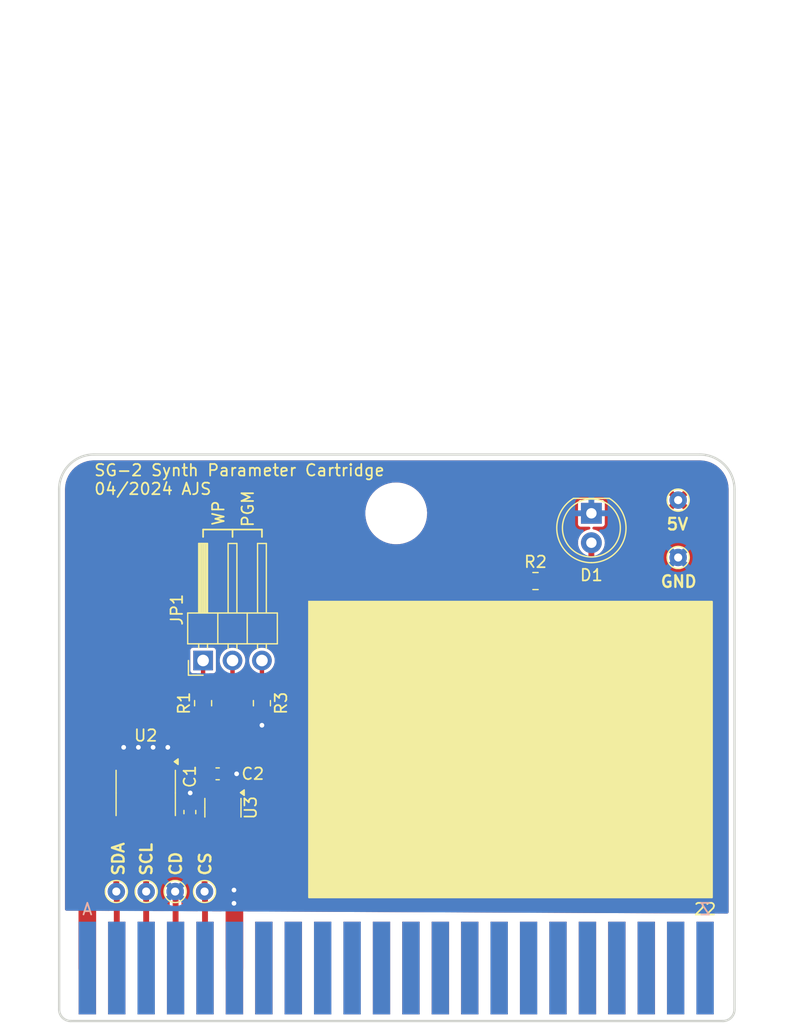
<source format=kicad_pcb>
(kicad_pcb (version 20221018) (generator pcbnew)
  (title_block (title "Versa64Cart") (date "2017-06-27") (rev "1.0") (comment 1 "Circuits drawn by BWACK") (comment 2 "Based on Jim Brain's Simple64Cart (eagle design)"))
  (layers (0 "F.Cu" signal) (31 "B.Cu" signal) (34 "B.Paste" user) (35 "F.Paste" user) (36 "B.SilkS" user "B.Silkscreen") (37 "F.SilkS" user "F.Silkscreen") (38 "B.Mask" user) (39 "F.Mask" user) (44 "Edge.Cuts" user))
  (net 0 "")
  (net 1 "GND")
  (net 2 "+5V")
  (net 3 "+3V3")
  (net 5 "Net-(J1-Pad5)")
  (net 6 "unconnected-(J1-PadA)")
  (net 8 "Net-(U2-SDA)")
  (net 9 "Net-(U2-SCL)")
  (net 10 "unconnected-(J1-Pad7)")
  (net 11 "Net-(D1-A)")
  (net 28 "unconnected-(J1-PadL)")
  (net 41 "Net-(JP1-C)")
  (net 42 "Net-(JP1-A)")
  (net 43 "Net-(JP1-B)")
  (footprint "cartridge:C64_EXPANSION_PORT" (layer "F.Cu") (at 150.495 116.078)
    (fp_text reference "J1" hide)
    (fp_text value "Conn_02x22_Odd_Even" hide)
    (fp_text user "Z" (at 25.4 -5.08) (layer "B.SilkS") (effects (justify mirror)))
    (fp_text user "A" (at -27.94 -5.08) (layer "B.SilkS") (effects (justify mirror)))
    (fp_text user "22" (at 25.4 -5.08) (layer "F.SilkS"))
    (pad "1" connect rect (at -27.94 0) (size 1.5 8) (layers "F.Cu" "F.Mask") (net 2 "+5V"))
    (pad "2" connect rect (at -25.4 0) (size 1.5 8) (layers "F.Cu" "F.Mask") (net 8 "Net-(U2-SDA)"))
    (pad "3" connect rect (at -22.86 0) (size 1.5 8) (layers "F.Cu" "F.Mask") (net 9 "Net-(U2-SCL)"))
    (pad "4" connect rect (at -20.32 0) (size 1.5 8) (layers "F.Cu" "F.Mask") (net 1 "GND"))
    (pad "5" connect rect (at -17.78 0) (size 1.5 8) (layers "F.Cu" "F.Mask") (net 5 "Net-(J1-Pad5)"))
    (pad "6" connect rect (at -15.24 0) (size 1.5 8) (layers "F.Cu" "F.Mask") (net 1 "GND"))
    (pad "7" connect rect (at -12.7 0) (size 1.5 8) (layers "F.Cu" "F.Mask") (net 10 "unconnected-(J1-Pad7)"))
    (pad "8" connect rect (at -10.16 0) (size 1.5 8) (layers "F.Cu" "F.Mask"))
    (pad "9" connect rect (at -7.62 0) (size 1.5 8) (layers "F.Cu" "F.Mask"))
    (pad "10" connect rect (at -5.08 0) (size 1.5 8) (layers "F.Cu" "F.Mask"))
    (pad "11" connect rect (at -2.54 0) (size 1.5 8) (layers "F.Cu" "F.Mask"))
    (pad "12" connect rect (at 0 0) (size 1.5 8) (layers "F.Cu" "F.Mask"))
    (pad "13" connect rect (at 2.54 0) (size 1.5 8) (layers "F.Cu" "F.Mask"))
    (pad "14" connect rect (at 5.08 0) (size 1.5 8) (layers "F.Cu" "F.Mask"))
    (pad "15" connect rect (at 7.62 0) (size 1.5 8) (layers "F.Cu" "F.Mask"))
    (pad "16" connect rect (at 10.16 0) (size 1.5 8) (layers "F.Cu" "F.Mask"))
    (pad "17" connect rect (at 12.7 0) (size 1.5 8) (layers "F.Cu" "F.Mask"))
    (pad "18" connect rect (at 15.24 0) (size 1.5 8) (layers "F.Cu" "F.Mask"))
    (pad "19" connect rect (at 17.78 0) (size 1.5 8) (layers "F.Cu" "F.Mask"))
    (pad "20" connect rect (at 20.32 0) (size 1.5 8) (layers "F.Cu" "F.Mask"))
    (pad "21" connect rect (at 22.86 0) (size 1.5 8) (layers "F.Cu" "F.Mask"))
    (pad "22" connect rect (at 25.4 0) (size 1.5 8) (layers "F.Cu" "F.Mask"))
    (pad "A" connect rect (at -27.94 0) (size 1.5 8) (layers "B.Cu" "F.Mask") (net 6 "unconnected-(J1-PadA)"))
    (pad "B" connect rect (at -25.4 0) (size 1.5 8) (layers "B.Cu" "F.Mask"))
    (pad "C" connect rect (at -22.86 0) (size 1.5 8) (layers "B.Cu" "F.Mask"))
    (pad "D" connect rect (at -20.32 0) (size 1.5 8) (layers "B.Cu" "F.Mask"))
    (pad "E" connect rect (at -17.78 0) (size 1.5 8) (layers "B.Cu" "F.Mask"))
    (pad "F" connect rect (at -15.24 0) (size 1.5 8) (layers "B.Cu" "F.Mask"))
    (pad "H" connect rect (at -12.7 0) (size 1.5 8) (layers "B.Cu" "F.Mask"))
    (pad "J" connect rect (at -10.16 0) (size 1.5 8) (layers "B.Cu" "F.Mask"))
    (pad "K" connect rect (at -7.62 0) (size 1.5 8) (layers "B.Cu" "F.Mask"))
    (pad "L" connect rect (at -5.08 0) (size 1.5 8) (layers "B.Cu" "F.Mask") (net 28 "unconnected-(J1-PadL)"))
    (pad "M" connect rect (at -2.54 0) (size 1.5 8) (layers "B.Cu" "F.Mask"))
    (pad "N" connect rect (at 0 0) (size 1.5 8) (layers "B.Cu" "F.Mask"))
    (pad "P" connect rect (at 2.54 0) (size 1.5 8) (layers "B.Cu" "F.Mask"))
    (pad "R" connect rect (at 5.08 0) (size 1.5 8) (layers "B.Cu" "F.Mask"))
    (pad "S" connect rect (at 7.62 0) (size 1.5 8) (layers "B.Cu" "F.Mask"))
    (pad "T" connect rect (at 10.16 0) (size 1.5 8) (layers "B.Cu" "F.Mask"))
    (pad "U" connect rect (at 12.7 0) (size 1.5 8) (layers "B.Cu" "F.Mask"))
    (pad "V" connect rect (at 15.24 0) (size 1.5 8) (layers "B.Cu" "F.Mask"))
    (pad "W" connect rect (at 17.78 0) (size 1.5 8) (layers "B.Cu" "F.Mask"))
    (pad "X" connect rect (at 20.32 0) (size 1.5 8) (layers "B.Cu" "F.Mask"))
    (pad "Y" connect rect (at 22.86 0) (size 1.5 8) (layers "B.Cu" "F.Mask"))
    (pad "Z" connect rect (at 25.4 0) (size 1.5 8) (layers "B.Cu" "F.Mask"))
  )
  (footprint "cartridge:MountingHole_5mm" (layer "F.Cu") (at 149.225 76.835)
    (fp_text reference "MT1" hide)
    (fp_text value "MountingHole" hide)
    (pad "" np_thru_hole circle (at 0 0) (size 4.826 4.826) (drill 4.826) (layers "*.Cu"))
  )
  (footprint "Resistor_SMD:R_0805_2012Metric" (layer "F.Cu") (at 132.55 93.218127 90)
    (fp_text reference "R1" (at 0 -1.65 90) (layer "F.SilkS"))
    (fp_text value "4k7")
    (fp_line (start -0.227064 -0.735) (end 0.227064 -0.735) (stroke (width 0.12)) (layer "F.SilkS"))
    (fp_line (start -0.227064 0.735) (end 0.227064 0.735) (stroke (width 0.12)) (layer "F.SilkS"))
    (pad "1" smd roundrect (at -0.9125 0 90) (size 1.025 1.4) (layers "F.Cu" "F.Paste" "F.Mask") (roundrect_rratio 0.243902439) (net 3 "+3V3"))
    (pad "2" smd roundrect (at 0.9125 0 90) (size 1.025 1.4) (layers "F.Cu" "F.Paste" "F.Mask") (roundrect_rratio 0.243902439) (net 42 "Net-(JP1-A)"))
  )
  (footprint "LED_THT:LED_D5.0mm_IRGrey" (layer "F.Cu") (at 166.078 76.830127 -90)
    (fp_text reference "D1" (at 5.339 0 -180) (layer "F.SilkS"))
    (fp_text value "RED 5MM")
    (fp_line (start -1.29 -1.545) (end -1.29 1.545) (stroke (width 0.12)) (layer "F.SilkS"))
    (fp_arc (start -1.29 -1.54483) (mid 2.072002 -2.880433) (end 4.26 0.000462) (stroke (width 0.12)) (layer "F.SilkS"))
    (fp_arc (start 4.26 -0.000462) (mid 2.072002 2.880433) (end -1.29 1.54483) (stroke (width 0.12)) (layer "F.SilkS"))
    (fp_circle (center 1.27 0) (end 3.77 0) (stroke (width 0.12)) (fill none) (layer "F.SilkS"))
    (pad "1" thru_hole rect (at 0 0 270) (size 1.8 1.8) (drill 0.9) (layers "*.Cu" "*.Mask") (net 1 "GND"))
    (pad "2" thru_hole circle (at 2.54 0 270) (size 1.8 1.8) (drill 0.9) (layers "*.Cu" "*.Mask") (net 11 "Net-(D1-A)"))
  )
  (footprint "Resistor_SMD:R_0805_2012Metric" (layer "F.Cu") (at 137.63 93.218127 -90)
    (fp_text reference "R3" (at 0 -1.65 90) (layer "F.SilkS"))
    (fp_text value "4k7")
    (fp_line (start -0.227064 -0.735) (end 0.227064 -0.735) (stroke (width 0.12)) (layer "F.SilkS"))
    (fp_line (start -0.227064 0.735) (end 0.227064 0.735) (stroke (width 0.12)) (layer "F.SilkS"))
    (pad "1" smd roundrect (at -0.9125 0 270) (size 1.025 1.4) (layers "F.Cu" "F.Paste" "F.Mask") (roundrect_rratio 0.243902439) (net 43 "Net-(JP1-B)"))
    (pad "2" smd roundrect (at 0.9125 0 270) (size 1.025 1.4) (layers "F.Cu" "F.Paste" "F.Mask") (roundrect_rratio 0.243902439) (net 1 "GND"))
  )
  (footprint "TestPoint:TestPoint_THTPad_D1.5mm_Drill0.7mm" (layer "F.Cu") (at 173.571 80.645127)
    (fp_text reference "TP6" hide)
    (fp_text value "TestPoint_Small")
    (fp_circle (center 0 0) (end 0 0.95) (stroke (width 0.12)) (fill none) (layer "F.SilkS"))
    (pad "1" thru_hole circle (at 0 0) (size 1.5 1.5) (drill 0.7) (layers "*.Cu" "*.Mask") (net 1 "GND"))
  )
  (footprint "TestPoint:TestPoint_THTPad_D1.5mm_Drill0.7mm" (layer "F.Cu") (at 173.571 75.692127)
    (fp_text reference "TP1" hide)
    (fp_text value "TestPoint_Small")
    (fp_circle (center 0 0) (end 0 0.95) (stroke (width 0.12)) (fill none) (layer "F.SilkS"))
    (pad "1" thru_hole circle (at 0 0) (size 1.5 1.5) (drill 0.7) (layers "*.Cu" "*.Mask") (net 2 "+5V"))
  )
  (footprint "TestPoint:TestPoint_THTPad_D1.5mm_Drill0.7mm" (layer "F.Cu") (at 125.057 109.474127)
    (fp_text reference "TP2" hide)
    (fp_text value "TestPoint_Small")
    (fp_circle (center 0 0) (end 0 0.95) (stroke (width 0.12)) (fill none) (layer "F.SilkS"))
    (pad "1" thru_hole circle (at 0 0) (size 1.5 1.5) (drill 0.7) (layers "*.Cu" "*.Mask") (net 8 "Net-(U2-SDA)"))
  )
  (footprint "TestPoint:TestPoint_THTPad_D1.5mm_Drill0.7mm" (layer "F.Cu") (at 127.635 109.474)
    (fp_text reference "TP3" hide)
    (fp_text value "TestPoint_Small")
    (fp_circle (center 0 0) (end 0 0.95) (stroke (width 0.12)) (fill none) (layer "F.SilkS"))
    (pad "1" thru_hole circle (at 0 0) (size 1.5 1.5) (drill 0.7) (layers "*.Cu" "*.Mask") (net 9 "Net-(U2-SCL)"))
  )
  (footprint "TestPoint:TestPoint_THTPad_D1.5mm_Drill0.7mm" (layer "F.Cu") (at 130.137 109.474127)
    (fp_text reference "TP4" hide)
    (fp_text value "TestPoint_Small")
    (fp_circle (center 0 0) (end 0 0.95) (stroke (width 0.12)) (fill none) (layer "F.SilkS"))
    (pad "1" thru_hole circle (at 0 0) (size 1.5 1.5) (drill 0.7) (layers "*.Cu" "*.Mask") (net 1 "GND"))
  )
  (footprint "TestPoint:TestPoint_THTPad_D1.5mm_Drill0.7mm" (layer "F.Cu") (at 132.677 109.474127)
    (fp_text reference "TP5" hide)
    (fp_text value "TestPoint_Small")
    (fp_circle (center 0 0) (end 0 0.95) (stroke (width 0.12)) (fill none) (layer "F.SilkS"))
    (pad "1" thru_hole circle (at 0 0) (size 1.5 1.5) (drill 0.7) (layers "*.Cu" "*.Mask") (net 5 "Net-(J1-Pad5)"))
  )
  (footprint "Capacitor_SMD:C_0603_1608Metric" (layer "F.Cu") (at 133.807 99.314127 180)
    (fp_text reference "C2" (at -3.035 0) (layer "F.SilkS"))
    (fp_text value "100n")
    (fp_line (start -0.14058 -0.51) (end 0.14058 -0.51) (stroke (width 0.12)) (layer "F.SilkS"))
    (fp_line (start -0.14058 0.51) (end 0.14058 0.51) (stroke (width 0.12)) (layer "F.SilkS"))
    (pad "1" smd roundrect (at -0.775 0 180) (size 0.9 0.95) (layers "F.Cu" "F.Paste" "F.Mask") (net 1 "GND"))
    (pad "2" smd roundrect (at 0.775 0 180) (size 0.9 0.95) (layers "F.Cu" "F.Paste" "F.Mask") (net 2 "+5V"))
  )
  (footprint "Connector_PinHeader_2.54mm:PinHeader_1x03_P2.54mm_Horizontal" (layer "F.Cu") (at 132.55 89.535127 90)
    (fp_text reference "JP1" (at 4.385 -2.27 90) (layer "F.SilkS"))
    (fp_text value "Jumper_3_Bridged12")
    (fp_line (start -1.27 -1.27) (end 0 -1.27) (stroke (width 0.12)) (layer "F.SilkS"))
    (fp_line (start -1.27 0) (end -1.27 -1.27) (stroke (width 0.12)) (layer "F.SilkS"))
    (fp_line (start 1.042929 2.16) (end 1.44 2.16) (stroke (width 0.12)) (layer "F.SilkS"))
    (fp_line (start 1.042929 2.92) (end 1.44 2.92) (stroke (width 0.12)) (layer "F.SilkS"))
    (fp_line (start 1.042929 4.7) (end 1.44 4.7) (stroke (width 0.12)) (layer "F.SilkS"))
    (fp_line (start 1.042929 5.46) (end 1.44 5.46) (stroke (width 0.12)) (layer "F.SilkS"))
    (fp_line (start 1.11 -0.38) (end 1.44 -0.38) (stroke (width 0.12)) (layer "F.SilkS"))
    (fp_line (start 1.11 0.38) (end 1.44 0.38) (stroke (width 0.12)) (layer "F.SilkS"))
    (fp_line (start 1.44 -1.33) (end 1.44 6.41) (stroke (width 0.12)) (layer "F.SilkS"))
    (fp_line (start 1.44 1.27) (end 4.1 1.27) (stroke (width 0.12)) (layer "F.SilkS"))
    (fp_line (start 1.44 3.81) (end 4.1 3.81) (stroke (width 0.12)) (layer "F.SilkS"))
    (fp_line (start 1.44 6.41) (end 4.1 6.41) (stroke (width 0.12)) (layer "F.SilkS"))
    (fp_line (start 4.1 -1.33) (end 1.44 -1.33) (stroke (width 0.12)) (layer "F.SilkS"))
    (fp_line (start 4.1 -0.38) (end 10.1 -0.38) (stroke (width 0.12)) (layer "F.SilkS"))
    (fp_line (start 4.1 -0.32) (end 10.1 -0.32) (stroke (width 0.12)) (layer "F.SilkS"))
    (fp_line (start 4.1 -0.2) (end 10.1 -0.2) (stroke (width 0.12)) (layer "F.SilkS"))
    (fp_line (start 4.1 -0.08) (end 10.1 -0.08) (stroke (width 0.12)) (layer "F.SilkS"))
    (fp_line (start 4.1 0.04) (end 10.1 0.04) (stroke (width 0.12)) (layer "F.SilkS"))
    (fp_line (start 4.1 0.16) (end 10.1 0.16) (stroke (width 0.12)) (layer "F.SilkS"))
    (fp_line (start 4.1 0.28) (end 10.1 0.28) (stroke (width 0.12)) (layer "F.SilkS"))
    (fp_line (start 4.1 2.16) (end 10.1 2.16) (stroke (width 0.12)) (layer "F.SilkS"))
    (fp_line (start 4.1 4.7) (end 10.1 4.7) (stroke (width 0.12)) (layer "F.SilkS"))
    (fp_line (start 4.1 6.41) (end 4.1 -1.33) (stroke (width 0.12)) (layer "F.SilkS"))
    (fp_line (start 10.1 -0.38) (end 10.1 0.38) (stroke (width 0.12)) (layer "F.SilkS"))
    (fp_line (start 10.1 0.38) (end 4.1 0.38) (stroke (width 0.12)) (layer "F.SilkS"))
    (fp_line (start 10.1 2.16) (end 10.1 2.92) (stroke (width 0.12)) (layer "F.SilkS"))
    (fp_line (start 10.1 2.92) (end 4.1 2.92) (stroke (width 0.12)) (layer "F.SilkS"))
    (fp_line (start 10.1 4.7) (end 10.1 5.46) (stroke (width 0.12)) (layer "F.SilkS"))
    (fp_line (start 10.1 5.46) (end 4.1 5.46) (stroke (width 0.12)) (layer "F.SilkS"))
    (pad "1" thru_hole rect (at 0 0 90) (size 1.7 1.7) (drill 1) (layers "*.Cu" "*.Mask") (net 42 "Net-(JP1-A)"))
    (pad "2" thru_hole oval (at 0 2.54 90) (size 1.7 1.7) (drill 1) (layers "*.Cu" "*.Mask") (net 41 "Net-(JP1-C)"))
    (pad "3" thru_hole oval (at 0 5.08 90) (size 1.7 1.7) (drill 1) (layers "*.Cu" "*.Mask") (net 43 "Net-(JP1-B)"))
  )
  (footprint "Package_SO:SOIC-8_3.9x4.9mm_P1.27mm" (layer "F.Cu") (at 127.597 100.965127 -90)
    (fp_text reference "U2" (at -4.953 0 -180) (layer "F.SilkS"))
    (fp_text value "24LC01")
    (fp_line (start 0 -2.56) (end -1.95 -2.56) (stroke (width 0.12)) (layer "F.SilkS"))
    (fp_line (start 0 -2.56) (end 1.95 -2.56) (stroke (width 0.12)) (layer "F.SilkS"))
    (fp_line (start 0 2.56) (end -1.95 2.56) (stroke (width 0.12)) (layer "F.SilkS"))
    (fp_line (start 0 2.56) (end 1.95 2.56) (stroke (width 0.12)) (layer "F.SilkS"))
    (fp_poly (pts (xy -2.7 -2.465) (xy -2.94 -2.795) (xy -2.46 -2.795) (xy -2.7 -2.465)) (stroke (width 0.12)) (fill solid) (layer "F.SilkS"))
    (pad "1" smd roundrect (at -2.475 -1.905 270) (size 1.95 0.6) (layers "F.Cu" "F.Paste" "F.Mask") (net 1 "GND"))
    (pad "2" smd roundrect (at -2.475 -0.635 270) (size 1.95 0.6) (layers "F.Cu" "F.Paste" "F.Mask") (net 1 "GND"))
    (pad "3" smd roundrect (at -2.475 0.635 270) (size 1.95 0.6) (layers "F.Cu" "F.Paste" "F.Mask") (net 1 "GND"))
    (pad "4" smd roundrect (at -2.475 1.905 270) (size 1.95 0.6) (layers "F.Cu" "F.Paste" "F.Mask") (net 1 "GND"))
    (pad "5" smd roundrect (at 2.475 1.905 270) (size 1.95 0.6) (layers "F.Cu" "F.Paste" "F.Mask") (net 8 "Net-(U2-SDA)"))
    (pad "6" smd roundrect (at 2.475 0.635 270) (size 1.95 0.6) (layers "F.Cu" "F.Paste" "F.Mask") (net 9 "Net-(U2-SCL)"))
    (pad "7" smd roundrect (at 2.475 -0.635 270) (size 1.95 0.6) (layers "F.Cu" "F.Paste" "F.Mask") (net 41 "Net-(JP1-C)"))
    (pad "8" smd roundrect (at 2.475 -1.905 270) (size 1.95 0.6) (layers "F.Cu" "F.Paste" "F.Mask") (net 3 "+3V3"))
  )
  (footprint "Resistor_SMD:R_0805_2012Metric" (layer "F.Cu") (at 161.252 82.677127 180)
    (fp_text reference "R2" (at 0 1.651) (layer "F.SilkS"))
    (fp_text value "390")
    (fp_line (start -0.227064 -0.735) (end 0.227064 -0.735) (stroke (width 0.12)) (layer "F.SilkS"))
    (fp_line (start -0.227064 0.735) (end 0.227064 0.735) (stroke (width 0.12)) (layer "F.SilkS"))
    (pad "1" smd roundrect (at -0.9125 0 180) (size 1.025 1.4) (layers "F.Cu" "F.Paste" "F.Mask") (roundrect_rratio 0.243902439) (net 11 "Net-(D1-A)"))
    (pad "2" smd roundrect (at 0.9125 0 180) (size 1.025 1.4) (layers "F.Cu" "F.Paste" "F.Mask") (roundrect_rratio 0.243902439) (net 5 "Net-(J1-Pad5)"))
  )
  (footprint "Package_TO_SOT_SMD:SOT-23-5" (layer "F.Cu") (at 134.262 102.240627 -90)
    (fp_text reference "U3" (at 0 -2.4 90) (layer "F.SilkS"))
    (fp_text value "MIC5231-3.3YM5")
    (fp_line (start 0 -1.56) (end -0.8 -1.56) (stroke (width 0.12)) (layer "F.SilkS"))
    (fp_line (start 0 -1.56) (end 0.8 -1.56) (stroke (width 0.12)) (layer "F.SilkS"))
    (fp_line (start 0 1.56) (end -0.8 1.56) (stroke (width 0.12)) (layer "F.SilkS"))
    (fp_line (start 0 1.56) (end 0.8 1.56) (stroke (width 0.12)) (layer "F.SilkS"))
    (fp_poly (pts (xy -1.3 -1.51) (xy -1.54 -1.84) (xy -1.06 -1.84) (xy -1.3 -1.51)) (stroke (width 0.12)) (fill solid) (layer "F.SilkS"))
    (pad "1" smd roundrect (at -1.1375 -0.95 270) (size 1.325 0.6) (layers "F.Cu" "F.Paste" "F.Mask") (net 2 "+5V"))
    (pad "2" smd roundrect (at -1.1375 0 270) (size 1.325 0.6) (layers "F.Cu" "F.Paste" "F.Mask") (net 1 "GND"))
    (pad "3" smd roundrect (at -1.1375 0.95 270) (size 1.325 0.6) (layers "F.Cu" "F.Paste" "F.Mask") (net 2 "+5V"))
    (pad "4" smd roundrect (at 1.1375 0.95 270) (size 1.325 0.6) (layers "F.Cu" "F.Paste" "F.Mask") (net 3 "+3V3"))
    (pad "5" smd roundrect (at 1.1375 -0.95 270) (size 1.325 0.6) (layers "F.Cu" "F.Paste" "F.Mask"))
  )
  (footprint "Capacitor_SMD:C_0603_1608Metric" (layer "F.Cu") (at 131.407 102.616127 -90)
    (fp_text reference "C1" (at -3.061 0 90) (layer "F.SilkS"))
    (fp_text value "100n")
    (fp_line (start -0.14058 -0.51) (end 0.14058 -0.51) (stroke (width 0.12)) (layer "F.SilkS"))
    (fp_line (start -0.14058 0.51) (end 0.14058 0.51) (stroke (width 0.12)) (layer "F.SilkS"))
    (pad "1" smd roundrect (at -0.775 0 270) (size 0.9 0.95) (layers "F.Cu" "F.Paste" "F.Mask") (net 1 "GND"))
    (pad "2" smd roundrect (at 0.775 0 270) (size 0.9 0.95) (layers "F.Cu" "F.Paste" "F.Mask") (net 3 "+3V3"))
  )
  (gr_line (start 137.63 78.232127) (end 137.63 78.867127) (stroke (width 0.15)) (layer "F.SilkS"))
  (gr_line (start 132.55 78.232127) (end 137.63 78.232127) (stroke (width 0.15)) (layer "F.SilkS"))
  (gr_line (start 135.09 78.232127) (end 135.09 78.867127) (stroke (width 0.15)) (layer "F.SilkS"))
  (gr_line (start 132.55 78.867127) (end 132.55 78.232127) (stroke (width 0.15)) (layer "F.SilkS"))
  (gr_rect (start 141.694 84.455127) (end 176.492 109.982127) (stroke (width 0.15)) (fill solid) (layer "F.SilkS"))
  (gr_line (start 121.12 120.650127) (end 177.435 120.65) (stroke (width 0.2032)) (layer "Edge.Cuts"))
  (gr_line (start 120.12 119.634) (end 120.12 74.755) (stroke (width 0.2032)) (layer "Edge.Cuts"))
  (gr_arc (start 120.12 74.755) (mid 120.99868 72.63368) (end 123.12 71.755) (stroke (width 0.2032)) (layer "Edge.Cuts"))
  (gr_line (start 178.435 74.755) (end 178.434999 119.634) (stroke (width 0.2032)) (layer "Edge.Cuts"))
  (gr_arc (start 175.435 71.755) (mid 177.55632 72.63368) (end 178.435 74.755) (stroke (width 0.2032)) (layer "Edge.Cuts"))
  (gr_arc (start 178.434999 119.634) (mid 178.147831 120.351517) (end 177.435 120.650127) (stroke (width 0.2032)) (layer "Edge.Cuts"))
  (gr_line (start 123.12 71.755) (end 175.435 71.755) (stroke (width 0.2032)) (layer "Edge.Cuts"))
  (gr_arc (start 121.12 120.650127) (mid 120.407169 120.351517) (end 120.120001 119.634) (stroke (width 0.2032)) (layer "Edge.Cuts"))
  (gr_text "SCL" (at 128.232 108.204127 90) (layer "F.SilkS") (effects (font (size 1 1) (thickness 0.2032) bold) (justify left bottom)))
  (gr_text "PGM" (at 136.995 78.105127 90) (layer "F.SilkS") (effects (font (size 1 1)) (justify left bottom)))
  (gr_text "CS" (at 133.312 108.204127 90) (layer "F.SilkS") (effects (font (size 1 1) (thickness 0.2032) bold) (justify left bottom)))
  (gr_text "GND" (at 171.958 83.312) (layer "F.SilkS") (effects (font (size 1 1) (thickness 0.2032) bold) (justify left bottom)))
  (gr_text "CD" (at 130.772 108.204127 90) (layer "F.SilkS") (effects (font (size 1 1) (thickness 0.2032) bold) (justify left bottom)))
  (gr_text "5V" (at 172.466 78.359) (layer "F.SilkS") (effects (font (size 1 1) (thickness 0.2032) bold) (justify left bottom)))
  (gr_text "WP" (at 134.455 77.978127 90) (layer "F.SilkS") (effects (font (size 1 1)) (justify left bottom)))
  (gr_text "SG-2 Synth Parameter Cartridge\n04/2024 AJS" (at 123.063 75.311) (layer "F.SilkS") (effects (font (size 1 1)) (justify left bottom)))
  (gr_text "SDA" (at 125.819 108.204127 90) (layer "F.SilkS") (effects (font (size 1 1) (thickness 0.2032) bold) (justify left bottom)))
  (segment (start 135.255 109.512127) (end 135.217 109.474127) (width 0.508) (layer "F.Cu") (net 1))
  (segment (start 130.175 109.512127) (end 130.137 109.474127) (width 0.508) (layer "F.Cu") (net 1))
  (segment (start 131.407 100.995127) (end 131.437 100.965127) (width 0.508) (layer "F.Cu") (net 1))
  (segment (start 134.262 99.634127) (end 134.582 99.314127) (width 0.508) (layer "F.Cu") (net 1))
  (segment (start 135.255 116.078) (end 135.255 109.512127) (width 1.524) (layer "F.Cu") (net 1))
  (segment (start 137.63 94.130627) (end 137.63 95.123127) (width 0.381) (layer "F.Cu") (net 1))
  (segment (start 134.262 101.103127) (end 134.262 99.634127) (width 0.508) (layer "F.Cu") (net 1))
  (segment (start 125.692 98.490127) (end 125.692 97.028127) (width 0.508) (layer "F.Cu") (net 1))
  (segment (start 130.175 116.078) (end 130.175 109.512127) (width 0.508) (layer "F.Cu") (net 1))
  (segment (start 128.232 98.490127) (end 128.232 97.028127) (width 0.508) (layer "F.Cu") (net 1))
  (segment (start 134.582 99.314127) (end 135.445 99.314127) (width 0.508) (layer "F.Cu") (net 1))
  (segment (start 131.407 101.841127) (end 131.407 100.995127) (width 0.508) (layer "F.Cu") (net 1))
  (segment (start 126.962 98.490127) (end 126.962 97.028127) (width 0.508) (layer "F.Cu") (net 1))
  (segment (start 129.502 98.490127) (end 129.502 97.028127) (width 0.508) (layer "F.Cu") (net 1))
  (via (at 137.63 95.123127) (size 0.8128) (drill 0.4064) (layers "F.Cu" "B.Cu") (net 1))
  (via (at 131.437 100.965127) (size 0.8128) (drill 0.4064) (layers "F.Cu" "B.Cu") (net 1))
  (via (at 125.692 97.028127) (size 0.8128) (drill 0.4064) (layers "F.Cu" "B.Cu") (net 1))
  (via (at 135.445 99.314127) (size 0.8128) (drill 0.4064) (layers "F.Cu" "B.Cu") (net 1))
  (via (at 128.232 97.028127) (size 0.8128) (drill 0.4064) (layers "F.Cu" "B.Cu") (net 1))
  (via (at 135.217 109.347127) (size 0.8128) (drill 0.4064) (layers "F.Cu" "B.Cu") (net 1))
  (via (at 129.502 97.028127) (size 0.8128) (drill 0.4064) (layers "F.Cu" "B.Cu") (net 1))
  (via (at 135.217 110.490127) (size 0.8128) (drill 0.4064) (layers "F.Cu" "B.Cu") (net 1))
  (via (at 126.962 97.028127) (size 0.8128) (drill 0.4064) (layers "F.Cu" "B.Cu") (net 1))
  (segment (start 122.555 113.03) (end 122.555 113.03) (width 0.508) (layer "F.Cu") (net 2))
  (segment (start 122.555 116.078) (end 122.555 113.03) (width 0.508) (layer "F.Cu") (net 2))
  (segment (start 122.555 116.078) (end 122.555 110.147127) (width 1.524) (layer "F.Cu") (net 2))
  (segment (start 122.555 110.147127) (end 122.517 110.109127) (width 0.508) (layer "F.Cu") (net 2))
  (segment (start 131.28 99.187127) (end 129.502 100.965127) (width 0.508) (layer "F.Cu") (net 3))
  (segment (start 129.502 103.440127) (end 131.358 103.440127) (width 0.508) (layer "F.Cu") (net 3))
  (segment (start 131.28 96.393127) (end 131.28 99.187127) (width 0.508) (layer "F.Cu") (net 3))
  (segment (start 131.358 103.440127) (end 131.407 103.391127) (width 0.508) (layer "F.Cu") (net 3))
  (segment (start 129.502 100.965127) (end 129.502 103.440127) (width 0.508) (layer "F.Cu") (net 3))
  (segment (start 131.407 103.391127) (end 133.299 103.391127) (width 0.508) (layer "F.Cu") (net 3))
  (segment (start 133.299 103.391127) (end 133.312 103.378127) (width 0.508) (layer "F.Cu") (net 3))
  (segment (start 132.55 95.123127) (end 131.28 96.393127) (width 0.508) (layer "F.Cu") (net 3))
  (segment (start 132.55 94.130627) (end 132.55 95.123127) (width 0.508) (layer "F.Cu") (net 3))
  (segment (start 132.677 109.474127) (end 132.677 108.331127) (width 0.508) (layer "F.Cu") (net 5))
  (segment (start 132.715 116.078) (end 132.715 109.512127) (width 0.508) (layer "F.Cu") (net 5))
  (segment (start 140.043 83.693127) (end 141.059 82.677127) (width 0.508) (layer "F.Cu") (net 5))
  (segment (start 133.439 107.569127) (end 139.154 107.569127) (width 0.508) (layer "F.Cu") (net 5))
  (segment (start 140.043 106.680127) (end 140.043 83.693127) (width 0.508) (layer "F.Cu") (net 5))
  (segment (start 141.059 82.677127) (end 160.3395 82.677127) (width 0.508) (layer "F.Cu") (net 5))
  (segment (start 139.154 107.569127) (end 140.043 106.680127) (width 0.508) (layer "F.Cu") (net 5))
  (segment (start 132.677 108.331127) (end 133.439 107.569127) (width 0.508) (layer "F.Cu") (net 5))
  (segment (start 132.715 109.512127) (end 132.677 109.474127) (width 0.508) (layer "F.Cu") (net 5))
  (segment (start 122.555 112.395) (end 122.555 113.03) (width 0.508) (layer "B.Cu") (net 6))
  (segment (start 125.057 109.474127) (end 125.057 106.172127) (width 0.508) (layer "F.Cu") (net 8))
  (segment (start 125.095 116.078) (end 125.095 109.563127) (width 0.508) (layer "F.Cu") (net 8))
  (segment (start 125.692 105.537127) (end 125.692 103.440127) (width 0.508) (layer "F.Cu") (net 8))
  (segment (start 125.057 106.172127) (end 125.692 105.537127) (width 0.508) (layer "F.Cu") (net 8))
  (segment (start 125.095 109.563127) (end 125.184 109.474127) (width 0.508) (layer "F.Cu") (net 8))
  (segment (start 127.635 116.078) (end 127.635 109.474) (width 0.508) (layer "F.Cu") (net 9))
  (segment (start 127.635 106.337127) (end 126.962 105.664127) (width 0.508) (layer "F.Cu") (net 9))
  (segment (start 127.635 109.474) (end 127.635 106.337127) (width 0.508) (layer "F.Cu") (net 9))
  (segment (start 126.962 105.664127) (end 126.962 103.440127) (width 0.508) (layer "F.Cu") (net 9))
  (segment (start 137.884 115.989) (end 137.795 116.078) (width 0.381) (layer "F.Cu") (net 10))
  (segment (start 162.1645 82.677127) (end 164.808 82.677127) (width 0.508) (layer "F.Cu") (net 11))
  (segment (start 164.808 82.677127) (end 166.078 81.407127) (width 0.508) (layer "F.Cu") (net 11))
  (segment (start 166.078 81.407127) (end 166.078 79.370127) (width 0.508) (layer "F.Cu") (net 11))
  (segment (start 145.669 115.824) (end 145.415 116.078) (width 0.25) (layer "B.Cu") (net 28))
  (segment (start 135.09 89.535127) (end 135.09 96.393127) (width 0.381) (layer "F.Cu") (net 41))
  (segment (start 129.121 106.299127) (end 128.232 105.410127) (width 0.381) (layer "F.Cu") (net 41))
  (segment (start 136.995 105.029127) (end 135.725 106.299127) (width 0.381) (layer "F.Cu") (net 41))
  (segment (start 136.995 98.298127) (end 136.995 105.029127) (width 0.381) (layer "F.Cu") (net 41))
  (segment (start 128.232 105.410127) (end 128.232 103.440127) (width 0.381) (layer "F.Cu") (net 41))
  (segment (start 135.725 106.299127) (end 129.121 106.299127) (width 0.381) (layer "F.Cu") (net 41))
  (segment (start 135.09 96.393127) (end 136.995 98.298127) (width 0.381) (layer "F.Cu") (net 41))
  (segment (start 132.55 92.305627) (end 132.55 89.535127) (width 0.381) (layer "F.Cu") (net 42))
  (segment (start 137.63 92.305627) (end 137.63 89.535127) (width 0.381) (layer "F.Cu") (net 43))
  (zone (net 2) (net_name "+5V") (layer "F.Cu") (name "PWR") (priority 1) (connect_pads (clearance 0.000003)) (min_thickness 0.25) (fill yes (thermal_gap 0.5) (thermal_bridge_width 0.5))
    (polygon (pts (xy 120.269 71.501) (xy 120.269 111.125) (xy 178.181 111.379) (xy 178.181 71.755)))
  )
  (zone (net 1) (net_name "GND") (layer "B.Cu") (name "GND") (priority 2) (connect_pads (clearance 0.000003)) (min_thickness 0.25) (fill yes (thermal_gap 0.5) (thermal_bridge_width 0.5))
    (polygon (pts (xy 120.269 71.501) (xy 120.269 111.125) (xy 178.181 111.379) (xy 178.181 71.755)))
  )
)
</source>
